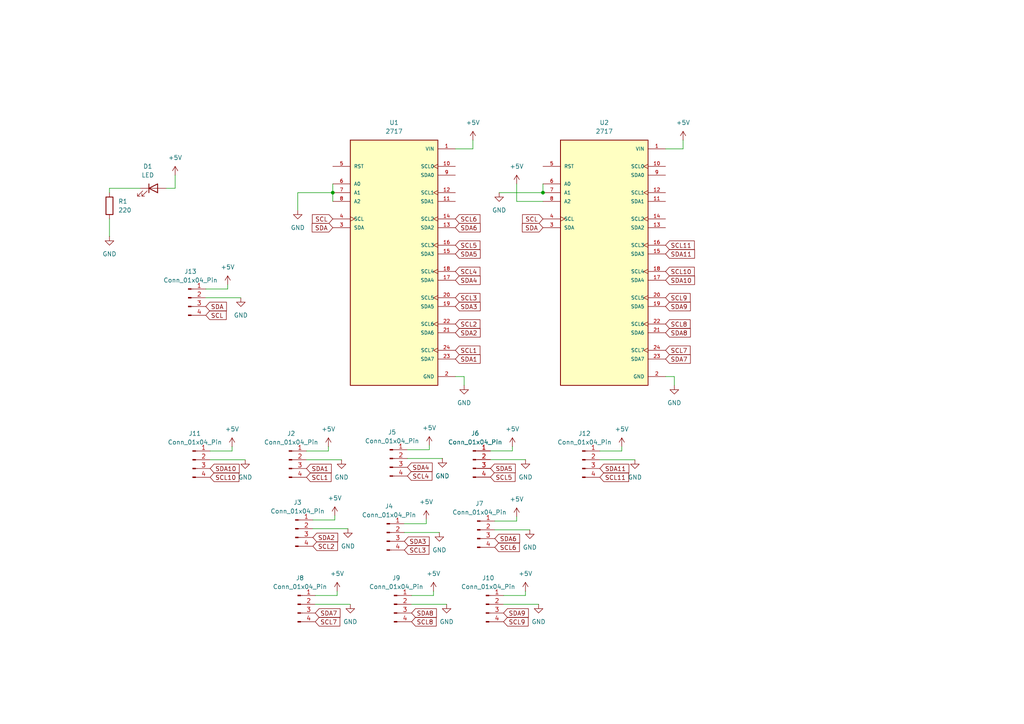
<source format=kicad_sch>
(kicad_sch (version 20250114) (generator "eeschema") (generator_version "9.0")
  (paper "A4")
  (lib_symbols
    (symbol "2717:2717" (pin_names (offset 1.016))
      (property "Reference" "U" (at -12.7 36.322 0))
      (property "Value" "2717" (at -12.7 -38.1 0))
      (symbol "2717_0_0"
        (rectangle (start -12.7 -35.56) (end 12.7 35.56) (stroke (width 0.254)) (fill (type background)))
        (pin input line (at -17.78 27.94 0) (length 5.08) (name "RST") (number "5"))
        (pin input line (at -17.78 22.86 0) (length 5.08) (name "A0") (number "6"))
        (pin input line (at -17.78 20.32 0) (length 5.08) (name "A1") (number "7"))
        (pin input line (at -17.78 17.78 0) (length 5.08) (name "A2") (number "8"))
        (pin input clock (at -17.78 12.7 0) (length 5.08) (name "SCL") (number "4"))
        (pin bidirectional line (at -17.78 10.16 0) (length 5.08) (name "SDA") (number "3"))
        (pin power_in line (at 17.78 33.02 180) (length 5.08) (name "VIN") (number "1"))
        (pin output clock (at 17.78 27.94 180) (length 5.08) (name "SCL0") (number "10"))
        (pin bidirectional line (at 17.78 25.4 180) (length 5.08) (name "SDA0") (number "9"))
        (pin output clock (at 17.78 20.32 180) (length 5.08) (name "SCL1") (number "12"))
        (pin bidirectional line (at 17.78 17.78 180) (length 5.08) (name "SDA1") (number "11"))
        (pin output clock (at 17.78 12.7 180) (length 5.08) (name "SCL2") (number "14"))
        (pin bidirectional line (at 17.78 10.16 180) (length 5.08) (name "SDA2") (number "13"))
        (pin output clock (at 17.78 5.08 180) (length 5.08) (name "SCL3") (number "16"))
        (pin bidirectional line (at 17.78 2.54 180) (length 5.08) (name "SDA3") (number "15"))
        (pin output clock (at 17.78 -2.54 180) (length 5.08) (name "SCL4") (number "18"))
        (pin bidirectional line (at 17.78 -5.08 180) (length 5.08) (name "SDA4") (number "17"))
        (pin output clock (at 17.78 -10.16 180) (length 5.08) (name "SCL5") (number "20"))
        (pin bidirectional line (at 17.78 -12.7 180) (length 5.08) (name "SDA5") (number "19"))
        (pin output clock (at 17.78 -17.78 180) (length 5.08) (name "SCL6") (number "22"))
        (pin bidirectional line (at 17.78 -20.32 180) (length 5.08) (name "SDA6") (number "21"))
        (pin output clock (at 17.78 -25.4 180) (length 5.08) (name "SCL7") (number "24"))
        (pin bidirectional line (at 17.78 -27.94 180) (length 5.08) (name "SDA7") (number "23"))
        (pin power_in line (at 17.78 -33.02 180) (length 5.08) (name "GND") (number "2"))
      )
    )
    (symbol "Connector:Conn_01x04_Pin" (pin_names (offset 1.016) (hide yes))
      (property "Reference" "J" (at 0 5.08 0))
      (property "Value" "Conn_01x04_Pin" (at 0 -7.62 0))
      (symbol "Conn_01x04_Pin_1_1"
        (rectangle (start 0.8636 2.667) (end 0 2.413) (stroke (width 0.1524)) (fill (type outline)))
        (rectangle (start 0.8636 0.127) (end 0 -0.127) (stroke (width 0.1524)) (fill (type outline)))
        (rectangle (start 0.8636 -2.413) (end 0 -2.667) (stroke (width 0.1524)) (fill (type outline)))
        (rectangle (start 0.8636 -4.953) (end 0 -5.207) (stroke (width 0.1524)) (fill (type outline)))
        (polyline (pts (xy 1.27 2.54) (xy 0.8636 2.54)) (stroke (width 0.1524)))
        (polyline (pts (xy 1.27 0) (xy 0.8636 0)) (stroke (width 0.1524)))
        (polyline (pts (xy 1.27 -2.54) (xy 0.8636 -2.54)) (stroke (width 0.1524)))
        (polyline (pts (xy 1.27 -5.08) (xy 0.8636 -5.08)) (stroke (width 0.1524)))
        (pin passive line (at 5.08 2.54 180) (length 3.81) (name "Pin_1") (number "1"))
        (pin passive line (at 5.08 0 180) (length 3.81) (name "Pin_2") (number "2"))
        (pin passive line (at 5.08 -2.54 180) (length 3.81) (name "Pin_3") (number "3"))
        (pin passive line (at 5.08 -5.08 180) (length 3.81) (name "Pin_4") (number "4"))
      )
    )
    (symbol "Device:LED" (pin_numbers (hide yes)) (pin_names (offset 1.016) (hide yes))
      (property "Reference" "D" (at 0 2.54 0))
      (property "Value" "LED" (at 0 -2.54 0))
      (symbol "LED_0_1"
        (polyline (pts (xy -3.048 -0.762) (xy -4.572 -2.286) (xy -3.81 -2.286) (xy -4.572 -2.286) (xy -4.572 -1.524)))
        (polyline (pts (xy -1.778 -0.762) (xy -3.302 -2.286) (xy -2.54 -2.286) (xy -3.302 -2.286) (xy -3.302 -1.524)))
        (polyline (pts (xy -1.27 0) (xy 1.27 0)))
        (polyline (pts (xy -1.27 -1.27) (xy -1.27 1.27)) (stroke (width 0.254)))
        (polyline (pts (xy 1.27 -1.27) (xy 1.27 1.27) (xy -1.27 0) (xy 1.27 -1.27)) (stroke (width 0.254)))
      )
      (symbol "LED_1_1"
        (pin passive line (at -3.81 0 0) (length 2.54) (name "K") (number "1"))
        (pin passive line (at 3.81 0 180) (length 2.54) (name "A") (number "2"))
      )
    )
    (symbol "Device:R" (pin_numbers (hide yes)) (pin_names (offset 0))
      (property "Reference" "R" (at 2.032 0 90))
      (property "Value" "R" (at 0 0 90))
      (symbol "R_0_1"
        (rectangle (start -1.016 -2.54) (end 1.016 2.54) (stroke (width 0.254)))
      )
      (symbol "R_1_1"
        (pin passive line (at 0 3.81 270) (length 1.27) (name "~") (number "1"))
        (pin passive line (at 0 -3.81 90) (length 1.27) (name "~") (number "2"))
      )
    )
    (symbol "power:+5V" (power) (pin_numbers (hide yes)) (pin_names (offset 0) (hide yes))
      (property "Value" "+5V" (at 0 3.556 0))
      (symbol "+5V_0_1"
        (polyline (pts (xy -0.762 1.27) (xy 0 2.54)))
        (polyline (pts (xy 0 2.54) (xy 0.762 1.27)))
        (polyline (pts (xy 0 0) (xy 0 2.54)))
      )
      (symbol "+5V_1_1"
        (pin power_in line (at 0 0 90) (length 0) (name "~") (number "1"))
      )
    )
    (symbol "power:GND" (power) (pin_numbers (hide yes)) (pin_names (offset 0) (hide yes))
      (property "Value" "GND" (at 0 -3.81 0))
      (symbol "GND_0_1"
        (polyline (pts (xy 0 0) (xy 0 -1.27) (xy 1.27 -1.27) (xy 0 -2.54) (xy -1.27 -1.27) (xy 0 -1.27)))
      )
      (symbol "GND_1_1"
        (pin power_in line (at 0 0 270) (length 0) (name "~") (number "1"))
      )
    )
  )
  (junction (at 96.52 55.88))
  (junction (at 157.48 55.88))
  (wire (pts (xy 157.48 58.42) (xy 149.86 58.42)))
  (wire (pts (xy 146.05 172.72) (xy 152.4 172.72)))
  (wire (pts (xy 66.04 83.82) (xy 66.04 82.55)))
  (wire (pts (xy 180.34 130.81) (xy 180.34 129.54)))
  (wire (pts (xy 118.1607 130.4462) (xy 124.5107 130.4462)))
  (wire (pts (xy 91.44 172.72) (xy 97.79 172.72)))
  (wire (pts (xy 157.48 53.34) (xy 157.48 55.88)))
  (wire (pts (xy 117.2802 154.4483) (xy 127.4402 154.4483)))
  (wire (pts (xy 149.86 151.13) (xy 149.86 149.86)))
  (wire (pts (xy 193.04 43.18) (xy 198.12 43.18)))
  (wire (pts (xy 91.44 175.26) (xy 101.6 175.26)))
  (wire (pts (xy 134.62 109.22) (xy 134.62 111.76)))
  (wire (pts (xy 144.78 55.88) (xy 157.48 55.88)))
  (wire (pts (xy 149.86 58.42) (xy 149.86 53.34)))
  (wire (pts (xy 88.9 133.35) (xy 99.06 133.35)))
  (wire (pts (xy 86.36 60.96) (xy 86.36 55.88)))
  (wire (pts (xy 117.2802 151.9083) (xy 123.6302 151.9083)))
  (wire (pts (xy 90.7552 150.8077) (xy 97.1052 150.8077)))
  (wire (pts (xy 173.99 133.35) (xy 184.15 133.35)))
  (wire (pts (xy 97.1052 150.8077) (xy 97.1052 149.5377)))
  (wire (pts (xy 148.6143 130.7763) (xy 148.6143 129.5063)))
  (wire (pts (xy 96.52 55.88) (xy 96.52 58.42)))
  (wire (pts (xy 173.99 130.81) (xy 180.34 130.81)))
  (wire (pts (xy 95.25 130.81) (xy 95.25 129.54)))
  (wire (pts (xy 125.73 172.72) (xy 125.73 171.45)))
  (wire (pts (xy 152.4 172.72) (xy 152.4 171.45)))
  (wire (pts (xy 123.6302 151.9083) (xy 123.6302 150.6383)))
  (wire (pts (xy 193.04 109.22) (xy 195.58 109.22)))
  (wire (pts (xy 59.69 86.36) (xy 69.85 86.36)))
  (wire (pts (xy 195.58 109.22) (xy 195.58 111.76)))
  (wire (pts (xy 31.75 55.88) (xy 31.75 54.61)))
  (wire (pts (xy 60.96 130.81) (xy 67.31 130.81)))
  (wire (pts (xy 97.79 172.72) (xy 97.79 171.45)))
  (wire (pts (xy 48.26 54.61) (xy 50.8 54.61)))
  (wire (pts (xy 146.05 175.26) (xy 156.21 175.26)))
  (wire (pts (xy 31.75 54.61) (xy 40.64 54.61)))
  (wire (pts (xy 198.12 43.18) (xy 198.12 40.64)))
  (wire (pts (xy 142.2643 130.7763) (xy 148.6143 130.7763)))
  (wire (pts (xy 143.51 153.67) (xy 153.67 153.67)))
  (wire (pts (xy 60.96 133.35) (xy 71.12 133.35)))
  (wire (pts (xy 132.08 43.18) (xy 137.16 43.18)))
  (wire (pts (xy 86.36 55.88) (xy 96.52 55.88)))
  (wire (pts (xy 119.38 175.26) (xy 129.54 175.26)))
  (wire (pts (xy 90.7552 153.3477) (xy 100.9152 153.3477)))
  (wire (pts (xy 137.16 43.18) (xy 137.16 40.64)))
  (wire (pts (xy 142.2643 133.3163) (xy 152.4243 133.3163)))
  (wire (pts (xy 50.8 54.61) (xy 50.8 50.8)))
  (wire (pts (xy 96.52 53.34) (xy 96.52 55.88)))
  (wire (pts (xy 124.5107 130.4462) (xy 124.5107 129.1762)))
  (wire (pts (xy 118.1607 132.9862) (xy 128.3207 132.9862)))
  (wire (pts (xy 119.38 172.72) (xy 125.73 172.72)))
  (wire (pts (xy 88.9 130.81) (xy 95.25 130.81)))
  (wire (pts (xy 59.69 83.82) (xy 66.04 83.82)))
  (wire (pts (xy 132.08 109.22) (xy 134.62 109.22)))
  (wire (pts (xy 31.75 63.5) (xy 31.75 68.58)))
  (wire (pts (xy 143.51 151.13) (xy 149.86 151.13)))
  (wire (pts (xy 67.31 130.81) (xy 67.31 129.54)))
  (global_label "SDA9" (shape input) (at 193.04 88.9 0) (property "Intersheetrefs" "${INTERSHEET_REFS}" (effects (hide yes))))
  (global_label "SCL9" (shape input) (at 146.05 180.34 0) (property "Intersheetrefs" "${INTERSHEET_REFS}" (effects (hide yes))))
  (global_label "SCL2" (shape input) (at 90.7552 158.4277 0) (property "Intersheetrefs" "${INTERSHEET_REFS}" (effects (hide yes))))
  (global_label "SCL1" (shape input) (at 88.9 138.43 0) (property "Intersheetrefs" "${INTERSHEET_REFS}" (effects (hide yes))))
  (global_label "SCL" (shape input) (at 59.69 91.44 0) (property "Intersheetrefs" "${INTERSHEET_REFS}" (effects (hide yes))))
  (global_label "SDA1" (shape input) (at 132.08 104.14 0) (property "Intersheetrefs" "${INTERSHEET_REFS}" (effects (hide yes))))
  (global_label "SDA" (shape input) (at 96.52 66.04 180) (property "Intersheetrefs" "${INTERSHEET_REFS}" (effects (hide yes))))
  (global_label "SDA" (shape input) (at 59.69 88.9 0) (property "Intersheetrefs" "${INTERSHEET_REFS}" (effects (hide yes))))
  (global_label "SCL" (shape input) (at 157.48 63.5 180) (property "Intersheetrefs" "${INTERSHEET_REFS}" (effects (hide yes))))
  (global_label "SDA5" (shape input) (at 132.08 73.66 0) (property "Intersheetrefs" "${INTERSHEET_REFS}" (effects (hide yes))))
  (global_label "SCL6" (shape input) (at 143.51 158.75 0) (property "Intersheetrefs" "${INTERSHEET_REFS}" (effects (hide yes))))
  (global_label "SCL1" (shape input) (at 132.08 101.6 0) (property "Intersheetrefs" "${INTERSHEET_REFS}" (effects (hide yes))))
  (global_label "SCL10" (shape input) (at 60.96 138.43 0) (property "Intersheetrefs" "${INTERSHEET_REFS}" (effects (hide yes))))
  (global_label "SDA4" (shape input) (at 132.08 81.28 0) (property "Intersheetrefs" "${INTERSHEET_REFS}" (effects (hide yes))))
  (global_label "SDA10" (shape input) (at 193.04 81.28 0) (property "Intersheetrefs" "${INTERSHEET_REFS}" (effects (hide yes))))
  (global_label "SCL6" (shape input) (at 132.08 63.5 0) (property "Intersheetrefs" "${INTERSHEET_REFS}" (effects (hide yes))))
  (global_label "SDA2" (shape input) (at 132.08 96.52 0) (property "Intersheetrefs" "${INTERSHEET_REFS}" (effects (hide yes))))
  (global_label "SDA2" (shape input) (at 90.7552 155.8877 0) (property "Intersheetrefs" "${INTERSHEET_REFS}" (effects (hide yes))))
  (global_label "SDA6" (shape input) (at 132.08 66.04 0) (property "Intersheetrefs" "${INTERSHEET_REFS}" (effects (hide yes))))
  (global_label "SCL7" (shape input) (at 193.04 101.6 0) (property "Intersheetrefs" "${INTERSHEET_REFS}" (effects (hide yes))))
  (global_label "SDA1" (shape input) (at 88.9 135.89 0) (property "Intersheetrefs" "${INTERSHEET_REFS}" (effects (hide yes))))
  (global_label "SCL3" (shape input) (at 117.2802 159.5283 0) (property "Intersheetrefs" "${INTERSHEET_REFS}" (effects (hide yes))))
  (global_label "SDA5" (shape input) (at 142.2643 135.8563 0) (property "Intersheetrefs" "${INTERSHEET_REFS}" (effects (hide yes))))
  (global_label "SDA11" (shape input) (at 173.99 135.89 0) (property "Intersheetrefs" "${INTERSHEET_REFS}" (effects (hide yes))))
  (global_label "SDA6" (shape input) (at 143.51 156.21 0) (property "Intersheetrefs" "${INTERSHEET_REFS}" (effects (hide yes))))
  (global_label "SDA10" (shape input) (at 60.96 135.89 0) (property "Intersheetrefs" "${INTERSHEET_REFS}" (effects (hide yes))))
  (global_label "SCL8" (shape input) (at 119.38 180.34 0) (property "Intersheetrefs" "${INTERSHEET_REFS}" (effects (hide yes))))
  (global_label "SCL3" (shape input) (at 132.08 86.36 0) (property "Intersheetrefs" "${INTERSHEET_REFS}" (effects (hide yes))))
  (global_label "SCL8" (shape input) (at 193.04 93.98 0) (property "Intersheetrefs" "${INTERSHEET_REFS}" (effects (hide yes))))
  (global_label "SCL2" (shape input) (at 132.08 93.98 0) (property "Intersheetrefs" "${INTERSHEET_REFS}" (effects (hide yes))))
  (global_label "SDA11" (shape input) (at 193.04 73.66 0) (property "Intersheetrefs" "${INTERSHEET_REFS}" (effects (hide yes))))
  (global_label "SCL4" (shape input) (at 118.1607 138.0662 0) (property "Intersheetrefs" "${INTERSHEET_REFS}" (effects (hide yes))))
  (global_label "SDA3" (shape input) (at 117.2802 156.9883 0) (property "Intersheetrefs" "${INTERSHEET_REFS}" (effects (hide yes))))
  (global_label "SDA" (shape input) (at 157.48 66.04 180) (property "Intersheetrefs" "${INTERSHEET_REFS}" (effects (hide yes))))
  (global_label "SDA8" (shape input) (at 119.38 177.8 0) (property "Intersheetrefs" "${INTERSHEET_REFS}" (effects (hide yes))))
  (global_label "SCL9" (shape input) (at 193.04 86.36 0) (property "Intersheetrefs" "${INTERSHEET_REFS}" (effects (hide yes))))
  (global_label "SDA4" (shape input) (at 118.1607 135.5262 0) (property "Intersheetrefs" "${INTERSHEET_REFS}" (effects (hide yes))))
  (global_label "SDA3" (shape input) (at 132.08 88.9 0) (property "Intersheetrefs" "${INTERSHEET_REFS}" (effects (hide yes))))
  (global_label "SDA9" (shape input) (at 146.05 177.8 0) (property "Intersheetrefs" "${INTERSHEET_REFS}" (effects (hide yes))))
  (global_label "SCL11" (shape input) (at 173.99 138.43 0) (property "Intersheetrefs" "${INTERSHEET_REFS}" (effects (hide yes))))
  (global_label "SCL5" (shape input) (at 142.2643 138.3963 0) (property "Intersheetrefs" "${INTERSHEET_REFS}" (effects (hide yes))))
  (global_label "SCL5" (shape input) (at 132.08 71.12 0) (property "Intersheetrefs" "${INTERSHEET_REFS}" (effects (hide yes))))
  (global_label "SCL7" (shape input) (at 91.44 180.34 0) (property "Intersheetrefs" "${INTERSHEET_REFS}" (effects (hide yes))))
  (global_label "SCL10" (shape input) (at 193.04 78.74 0) (property "Intersheetrefs" "${INTERSHEET_REFS}" (effects (hide yes))))
  (global_label "SDA8" (shape input) (at 193.04 96.52 0) (property "Intersheetrefs" "${INTERSHEET_REFS}" (effects (hide yes))))
  (global_label "SCL11" (shape input) (at 193.04 71.12 0) (property "Intersheetrefs" "${INTERSHEET_REFS}" (effects (hide yes))))
  (global_label "SDA7" (shape input) (at 193.04 104.14 0) (property "Intersheetrefs" "${INTERSHEET_REFS}" (effects (hide yes))))
  (global_label "SDA7" (shape input) (at 91.44 177.8 0) (property "Intersheetrefs" "${INTERSHEET_REFS}" (effects (hide yes))))
  (global_label "SCL" (shape input) (at 96.52 63.5 180) (property "Intersheetrefs" "${INTERSHEET_REFS}" (effects (hide yes))))
  (global_label "SCL4" (shape input) (at 132.08 78.74 0) (property "Intersheetrefs" "${INTERSHEET_REFS}" (effects (hide yes))))
  (symbol (lib_id "power:+5V") (at 137.16 40.64 0) (unit 1)
    (property "Reference" "#PWR04" (effects (hide yes)))
    (property "Value" "+5V" (at 137.16 35.56 0))
    (property "Description" "Power symbol creates a global label with name \"+5V\"" (effects (hide yes)))
  )
  (symbol (lib_id "Connector:Conn_01x04_Pin") (at 112.2002 154.4483 0) (unit 1)
    (property "Reference" "J4" (at 112.8352 146.8283 0))
    (property "Value" "Conn_01x04_Pin" (at 112.8352 149.3683 0))
    (property "Footprint" "Connector_PinHeader_2.54mm:PinHeader_1x04_P2.54mm_Vertical" (effects (hide yes)))
    (property "Description" "Generic connector, single row, 01x04, script generated" (effects (hide yes)))
  )
  (symbol (lib_id "power:GND") (at 152.4243 133.3163 0) (unit 1)
    (property "Reference" "#PWR017" (effects (hide yes)))
    (property "Value" "GND" (at 152.4243 138.3963 0))
    (property "Description" "Power symbol creates a global label with name \"GND\" , ground" (effects (hide yes)))
  )
  (symbol (lib_id "power:+5V") (at 125.73 171.45 0) (unit 1)
    (property "Reference" "#PWR022" (effects (hide yes)))
    (property "Value" "+5V" (at 125.73 166.37 0))
    (property "Description" "Power symbol creates a global label with name \"+5V\"" (effects (hide yes)))
  )
  (symbol (lib_id "power:+5V") (at 124.5107 129.1762 0) (unit 1)
    (property "Reference" "#PWR014" (effects (hide yes)))
    (property "Value" "+5V" (at 124.5107 124.0962 0))
    (property "Description" "Power symbol creates a global label with name \"+5V\"" (effects (hide yes)))
  )
  (symbol (lib_id "power:GND") (at 153.67 153.67 0) (unit 1)
    (property "Reference" "#PWR019" (effects (hide yes)))
    (property "Value" "GND" (at 153.67 158.75 0))
    (property "Description" "Power symbol creates a global label with name \"GND\" , ground" (effects (hide yes)))
  )
  (symbol (lib_id "Connector:Conn_01x04_Pin") (at 55.88 133.35 0) (unit 1)
    (property "Reference" "J11" (at 56.515 125.73 0))
    (property "Value" "Conn_01x04_Pin" (at 56.515 128.27 0))
    (property "Footprint" "Connector_PinHeader_2.54mm:PinHeader_1x04_P2.54mm_Vertical" (effects (hide yes)))
    (property "Description" "Generic connector, single row, 01x04, script generated" (effects (hide yes)))
  )
  (symbol (lib_id "power:+5V") (at 149.86 53.34 0) (unit 1)
    (property "Reference" "#PWR03" (effects (hide yes)))
    (property "Value" "+5V" (at 149.86 48.26 0))
    (property "Description" "Power symbol creates a global label with name \"+5V\"" (effects (hide yes)))
  )
  (symbol (lib_id "Connector:Conn_01x04_Pin") (at 83.82 133.35 0) (unit 1)
    (property "Reference" "J2" (at 84.455 125.73 0))
    (property "Value" "Conn_01x04_Pin" (at 84.455 128.27 0))
    (property "Footprint" "Connector_PinHeader_2.54mm:PinHeader_1x04_P2.54mm_Vertical" (effects (hide yes)))
    (property "Description" "Generic connector, single row, 01x04, script generated" (effects (hide yes)))
  )
  (symbol (lib_id "Connector:Conn_01x04_Pin") (at 137.1843 133.3163 0) (unit 1)
    (property "Reference" "J6" (at 137.8193 125.6963 0))
    (property "Value" "Conn_01x04_Pin" (at 137.8193 128.2363 0))
    (property "Footprint" "Connector_PinHeader_2.54mm:PinHeader_1x04_P2.54mm_Vertical" (effects (hide yes)))
    (property "Description" "Generic connector, single row, 01x04, script generated" (effects (hide yes)))
  )
  (symbol (lib_id "power:GND") (at 127.4402 154.4483 0) (unit 1)
    (property "Reference" "#PWR013" (effects (hide yes)))
    (property "Value" "GND" (at 127.4402 159.5283 0))
    (property "Description" "Power symbol creates a global label with name \"GND\" , ground" (effects (hide yes)))
  )
  (symbol (lib_id "power:GND") (at 69.85 86.36 0) (unit 1)
    (property "Reference" "#PWR034" (effects (hide yes)))
    (property "Value" "GND" (at 69.85 91.44 0))
    (property "Description" "Power symbol creates a global label with name \"GND\" , ground" (effects (hide yes)))
  )
  (symbol (lib_id "power:GND") (at 99.06 133.35 0) (unit 1)
    (property "Reference" "#PWR09" (effects (hide yes)))
    (property "Value" "GND" (at 99.06 138.43 0))
    (property "Description" "Power symbol creates a global label with name \"GND\" , ground" (effects (hide yes)))
  )
  (symbol (lib_id "power:GND") (at 71.12 133.35 0) (unit 1)
    (property "Reference" "#PWR027" (effects (hide yes)))
    (property "Value" "GND" (at 71.12 138.43 0))
    (property "Description" "Power symbol creates a global label with name \"GND\" , ground" (effects (hide yes)))
  )
  (symbol (lib_id "Connector:Conn_01x04_Pin") (at 140.97 175.26 0) (unit 1)
    (property "Reference" "J10" (at 141.605 167.64 0))
    (property "Value" "Conn_01x04_Pin" (at 141.605 170.18 0))
    (property "Footprint" "Connector_PinHeader_2.54mm:PinHeader_1x04_P2.54mm_Vertical" (effects (hide yes)))
    (property "Description" "Generic connector, single row, 01x04, script generated" (effects (hide yes)))
  )
  (symbol (lib_id "power:+5V") (at 67.31 129.54 0) (unit 1)
    (property "Reference" "#PWR026" (effects (hide yes)))
    (property "Value" "+5V" (at 67.31 124.46 0))
    (property "Description" "Power symbol creates a global label with name \"+5V\"" (effects (hide yes)))
  )
  (symbol (lib_id "Device:LED") (at 44.45 54.61 0) (unit 1)
    (property "Reference" "D1" (at 42.8625 48.26 0))
    (property "Value" "LED" (at 42.8625 50.8 0))
    (property "Footprint" "LED_THT:LED_D5.0mm" (effects (hide yes)))
    (property "Description" "Light emitting diode" (effects (hide yes)))
    (property "Sim.Pins" "1=K 2=A" (effects (hide yes)))
  )
  (symbol (lib_id "Connector:Conn_01x04_Pin") (at 168.91 133.35 0) (unit 1)
    (property "Reference" "J12" (at 169.545 125.73 0))
    (property "Value" "Conn_01x04_Pin" (at 169.545 128.27 0))
    (property "Footprint" "Connector_PinHeader_2.54mm:PinHeader_1x04_P2.54mm_Vertical" (effects (hide yes)))
    (property "Description" "Generic connector, single row, 01x04, script generated" (effects (hide yes)))
  )
  (symbol (lib_id "power:+5V") (at 152.4 171.45 0) (unit 1)
    (property "Reference" "#PWR024" (effects (hide yes)))
    (property "Value" "+5V" (at 152.4 166.37 0))
    (property "Description" "Power symbol creates a global label with name \"+5V\"" (effects (hide yes)))
  )
  (symbol (lib_id "power:+5V") (at 198.12 40.64 0) (unit 1)
    (property "Reference" "#PWR05" (effects (hide yes)))
    (property "Value" "+5V" (at 198.12 35.56 0))
    (property "Description" "Power symbol creates a global label with name \"+5V\"" (effects (hide yes)))
  )
  (symbol (lib_id "power:+5V") (at 97.1052 149.5377 0) (unit 1)
    (property "Reference" "#PWR010" (effects (hide yes)))
    (property "Value" "+5V" (at 97.1052 144.4577 0))
    (property "Description" "Power symbol creates a global label with name \"+5V\"" (effects (hide yes)))
  )
  (symbol (lib_id "power:GND") (at 156.21 175.26 0) (unit 1)
    (property "Reference" "#PWR025" (effects (hide yes)))
    (property "Value" "GND" (at 156.21 180.34 0))
    (property "Description" "Power symbol creates a global label with name \"GND\" , ground" (effects (hide yes)))
  )
  (symbol (lib_id "power:GND") (at 128.3207 132.9862 0) (unit 1)
    (property "Reference" "#PWR015" (effects (hide yes)))
    (property "Value" "GND" (at 128.3207 138.0662 0))
    (property "Description" "Power symbol creates a global label with name \"GND\" , ground" (effects (hide yes)))
  )
  (symbol (lib_id "Connector:Conn_01x04_Pin") (at 86.36 175.26 0) (unit 1)
    (property "Reference" "J8" (at 86.995 167.64 0))
    (property "Value" "Conn_01x04_Pin" (at 86.995 170.18 0))
    (property "Footprint" "Connector_PinHeader_2.54mm:PinHeader_1x04_P2.54mm_Vertical" (effects (hide yes)))
    (property "Description" "Generic connector, single row, 01x04, script generated" (effects (hide yes)))
  )
  (symbol (lib_id "power:GND") (at 134.62 111.76 0) (unit 1)
    (property "Reference" "#PWR06" (effects (hide yes)))
    (property "Value" "GND" (at 134.62 116.84 0))
    (property "Description" "Power symbol creates a global label with name \"GND\" , ground" (effects (hide yes)))
  )
  (symbol (lib_id "power:+5V") (at 180.34 129.54 0) (unit 1)
    (property "Reference" "#PWR028" (effects (hide yes)))
    (property "Value" "+5V" (at 180.34 124.46 0))
    (property "Description" "Power symbol creates a global label with name \"+5V\"" (effects (hide yes)))
  )
  (symbol (lib_id "power:+5V") (at 66.04 82.55 0) (unit 1)
    (property "Reference" "#PWR033" (effects (hide yes)))
    (property "Value" "+5V" (at 66.04 77.47 0))
    (property "Description" "Power symbol creates a global label with name \"+5V\"" (effects (hide yes)))
  )
  (symbol (lib_id "power:GND") (at 31.75 68.58 0) (unit 1)
    (property "Reference" "#PWR031" (effects (hide yes)))
    (property "Value" "GND" (at 31.75 73.66 0))
    (property "Description" "Power symbol creates a global label with name \"GND\" , ground" (effects (hide yes)))
  )
  (symbol (lib_id "power:GND") (at 184.15 133.35 0) (unit 1)
    (property "Reference" "#PWR029" (effects (hide yes)))
    (property "Value" "GND" (at 184.15 138.43 0))
    (property "Description" "Power symbol creates a global label with name \"GND\" , ground" (effects (hide yes)))
  )
  (symbol (lib_id "power:GND") (at 101.6 175.26 0) (unit 1)
    (property "Reference" "#PWR021" (effects (hide yes)))
    (property "Value" "GND" (at 101.6 180.34 0))
    (property "Description" "Power symbol creates a global label with name \"GND\" , ground" (effects (hide yes)))
  )
  (symbol (lib_id "Device:R") (at 31.75 59.69 0) (unit 1)
    (property "Reference" "R1" (at 34.29 58.4199 0) (effects (justify left)))
    (property "Value" "220" (at 34.29 60.9599 0) (effects (justify left)))
    (property "Footprint" "Resistor_THT:R_Axial_DIN0207_L6.3mm_D2.5mm_P10.16mm_Horizontal" (effects (hide yes)))
    (property "Description" "Resistor" (effects (hide yes)))
  )
  (symbol (lib_id "Connector:Conn_01x04_Pin") (at 114.3 175.26 0) (unit 1)
    (property "Reference" "J9" (at 114.935 167.64 0))
    (property "Value" "Conn_01x04_Pin" (at 114.935 170.18 0))
    (property "Footprint" "Connector_PinHeader_2.54mm:PinHeader_1x04_P2.54mm_Vertical" (effects (hide yes)))
    (property "Description" "Generic connector, single row, 01x04, script generated" (effects (hide yes)))
  )
  (symbol (lib_id "power:+5V") (at 123.6302 150.6383 0) (unit 1)
    (property "Reference" "#PWR012" (effects (hide yes)))
    (property "Value" "+5V" (at 123.6302 145.5583 0))
    (property "Description" "Power symbol creates a global label with name \"+5V\"" (effects (hide yes)))
  )
  (symbol (lib_id "power:GND") (at 144.78 55.88 0) (unit 1)
    (property "Reference" "#PWR02" (effects (hide yes)))
    (property "Value" "GND" (at 144.78 60.96 0))
    (property "Description" "Power symbol creates a global label with name \"GND\" , ground" (effects (hide yes)))
  )
  (symbol (lib_id "power:+5V") (at 97.79 171.45 0) (unit 1)
    (property "Reference" "#PWR020" (effects (hide yes)))
    (property "Value" "+5V" (at 97.79 166.37 0))
    (property "Description" "Power symbol creates a global label with name \"+5V\"" (effects (hide yes)))
  )
  (symbol (lib_id "power:GND") (at 100.9152 153.3477 0) (unit 1)
    (property "Reference" "#PWR011" (effects (hide yes)))
    (property "Value" "GND" (at 100.9152 158.4277 0))
    (property "Description" "Power symbol creates a global label with name \"GND\" , ground" (effects (hide yes)))
  )
  (symbol (lib_id "Connector:Conn_01x04_Pin") (at 85.6752 153.3477 0) (unit 1)
    (property "Reference" "J3" (at 86.3102 145.7277 0))
    (property "Value" "Conn_01x04_Pin" (at 86.3102 148.2677 0))
    (property "Footprint" "Connector_PinHeader_2.54mm:PinHeader_1x04_P2.54mm_Vertical" (effects (hide yes)))
    (property "Description" "Generic connector, single row, 01x04, script generated" (effects (hide yes)))
  )
  (symbol (lib_id "power:GND") (at 129.54 175.26 0) (unit 1)
    (property "Reference" "#PWR023" (effects (hide yes)))
    (property "Value" "GND" (at 129.54 180.34 0))
    (property "Description" "Power symbol creates a global label with name \"GND\" , ground" (effects (hide yes)))
  )
  (symbol (lib_id "Connector:Conn_01x04_Pin") (at 54.61 86.36 0) (unit 1)
    (property "Reference" "J13" (at 55.245 78.74 0))
    (property "Value" "Conn_01x04_Pin" (at 55.245 81.28 0))
    (property "Footprint" "Connector_PinHeader_2.54mm:PinHeader_1x04_P2.54mm_Vertical" (effects (hide yes)))
    (property "Description" "Generic connector, single row, 01x04, script generated" (effects (hide yes)))
  )
  (symbol (lib_id "power:+5V") (at 50.8 50.8 0) (unit 1)
    (property "Reference" "#PWR030" (effects (hide yes)))
    (property "Value" "+5V" (at 50.8 45.72 0))
    (property "Description" "Power symbol creates a global label with name \"+5V\"" (effects (hide yes)))
  )
  (symbol (lib_id "Connector:Conn_01x04_Pin") (at 113.0807 132.9862 0) (unit 1)
    (property "Reference" "J5" (at 113.7157 125.3662 0))
    (property "Value" "Conn_01x04_Pin" (at 113.7157 127.9062 0))
    (property "Footprint" "Connector_PinHeader_2.54mm:PinHeader_1x04_P2.54mm_Vertical" (effects (hide yes)))
    (property "Description" "Generic connector, single row, 01x04, script generated" (effects (hide yes)))
  )
  (symbol (lib_id "2717:2717") (at 175.26 76.2 0) (unit 1)
    (property "Reference" "U2" (at 175.26 35.56 0))
    (property "Value" "2717" (at 175.26 38.1 0))
    (property "Footprint" "2717:MODULE_2717" (effects (hide yes)))
    (property "MF" "Adafruit" (effects (hide yes)))
    (property "MAXIMUM_PACKAGE_HEIGHT" "2.7mm" (effects (hide yes)))
    (property "Package" "None" (effects (hide yes)))
    (property "Price" "None" (effects (hide yes)))
    (property "Check_prices" "https://www.snapeda.com/parts/2717/Adafruit+Industries/view-part/?ref=eda" (effects (hide yes)))
    (property "STANDARD" "Manufacturer Recommendations" (effects (hide yes)))
    (property "PARTREV" "Sep 11, 2015" (effects (hide yes)))
    (property "SnapEDA_Link" "https://www.snapeda.com/parts/2717/Adafruit+Industries/view-part/?ref=snap" (effects (hide yes)))
    (property "MP" "2717" (effects (hide yes)))
    (property "Description_1" "Module: multiplexer; I2C interface multiplexer; TCA9548A; 3÷5VDC" (effects (hide yes)))
    (property "MANUFACTURER" "Adafruit" (effects (hide yes)))
    (property "Availability" "In Stock" (effects (hide yes)))
    (property "SNAPEDA_PN" "2717" (effects (hide yes)))
  )
  (symbol (lib_id "power:+5V") (at 95.25 129.54 0) (unit 1)
    (property "Reference" "#PWR08" (effects (hide yes)))
    (property "Value" "+5V" (at 95.25 124.46 0))
    (property "Description" "Power symbol creates a global label with name \"+5V\"" (effects (hide yes)))
  )
  (symbol (lib_id "power:+5V") (at 149.86 149.86 0) (unit 1)
    (property "Reference" "#PWR018" (effects (hide yes)))
    (property "Value" "+5V" (at 149.86 144.78 0))
    (property "Description" "Power symbol creates a global label with name \"+5V\"" (effects (hide yes)))
  )
  (symbol (lib_id "power:GND") (at 195.58 111.76 0) (unit 1)
    (property "Reference" "#PWR07" (effects (hide yes)))
    (property "Value" "GND" (at 195.58 116.84 0))
    (property "Description" "Power symbol creates a global label with name \"GND\" , ground" (effects (hide yes)))
  )
  (symbol (lib_id "2717:2717") (at 114.3 76.2 0) (unit 1)
    (property "Reference" "U1" (at 114.3 35.56 0))
    (property "Value" "2717" (at 114.3 38.1 0))
    (property "Footprint" "2717:MODULE_2717" (effects (hide yes)))
    (property "MF" "Adafruit" (effects (hide yes)))
    (property "MAXIMUM_PACKAGE_HEIGHT" "2.7mm" (effects (hide yes)))
    (property "Package" "None" (effects (hide yes)))
    (property "Price" "None" (effects (hide yes)))
    (property "Check_prices" "https://www.snapeda.com/parts/2717/Adafruit+Industries/view-part/?ref=eda" (effects (hide yes)))
    (property "STANDARD" "Manufacturer Recommendations" (effects (hide yes)))
    (property "PARTREV" "Sep 11, 2015" (effects (hide yes)))
    (property "SnapEDA_Link" "https://www.snapeda.com/parts/2717/Adafruit+Industries/view-part/?ref=snap" (effects (hide yes)))
    (property "MP" "2717" (effects (hide yes)))
    (property "Description_1" "Module: multiplexer; I2C interface multiplexer; TCA9548A; 3÷5VDC" (effects (hide yes)))
    (property "MANUFACTURER" "Adafruit" (effects (hide yes)))
    (property "Availability" "In Stock" (effects (hide yes)))
    (property "SNAPEDA_PN" "2717" (effects (hide yes)))
  )
  (symbol (lib_id "Connector:Conn_01x04_Pin") (at 138.43 153.67 0) (unit 1)
    (property "Reference" "J7" (at 139.065 146.05 0))
    (property "Value" "Conn_01x04_Pin" (at 139.065 148.59 0))
    (property "Footprint" "Connector_PinHeader_2.54mm:PinHeader_1x04_P2.54mm_Vertical" (effects (hide yes)))
    (property "Description" "Generic connector, single row, 01x04, script generated" (effects (hide yes)))
  )
  (symbol (lib_id "power:+5V") (at 148.6143 129.5063 0) (unit 1)
    (property "Reference" "#PWR016" (effects (hide yes)))
    (property "Value" "+5V" (at 148.6143 124.4263 0))
    (property "Description" "Power symbol creates a global label with name \"+5V\"" (effects (hide yes)))
  )
  (symbol (lib_id "power:GND") (at 86.36 60.96 0) (unit 1)
    (property "Reference" "#PWR01" (effects (hide yes)))
    (property "Value" "GND" (at 86.36 66.04 0))
    (property "Description" "Power symbol creates a global label with name \"GND\" , ground" (effects (hide yes)))
  )
)
</source>
